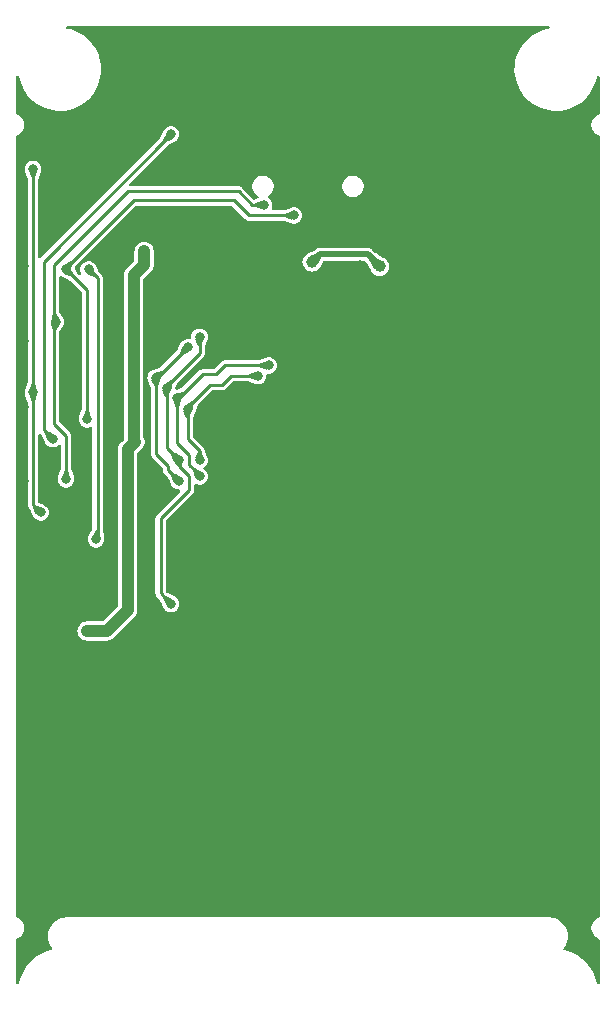
<source format=gbr>
%TF.GenerationSoftware,KiCad,Pcbnew,7.0.9-7.0.9~ubuntu22.04.1*%
%TF.CreationDate,2025-03-11T13:54:09+02:00*%
%TF.ProjectId,MOD-LCD2.8RTP_Rev_D,4d4f442d-4c43-4443-922e-385254505f52,D*%
%TF.SameCoordinates,PX2aea540PY8677d40*%
%TF.FileFunction,Copper,L2,Bot*%
%TF.FilePolarity,Positive*%
%FSLAX46Y46*%
G04 Gerber Fmt 4.6, Leading zero omitted, Abs format (unit mm)*
G04 Created by KiCad (PCBNEW 7.0.9-7.0.9~ubuntu22.04.1) date 2025-03-11 13:54:09*
%MOMM*%
%LPD*%
G01*
G04 APERTURE LIST*
%TA.AperFunction,ViaPad*%
%ADD10C,0.800000*%
%TD*%
%TA.AperFunction,ViaPad*%
%ADD11C,1.000000*%
%TD*%
%TA.AperFunction,Conductor*%
%ADD12C,1.016000*%
%TD*%
%TA.AperFunction,Conductor*%
%ADD13C,0.508000*%
%TD*%
%TA.AperFunction,Conductor*%
%ADD14C,0.254000*%
%TD*%
G04 APERTURE END LIST*
D10*
%TO.N,GND*%
X16976000Y74452000D03*
X47583000Y10698000D03*
X974000Y75341000D03*
X974000Y65308000D03*
X974000Y58958000D03*
X974000Y53370000D03*
X974000Y47147000D03*
X13928000Y73436000D03*
X7070000Y77500000D03*
X32597000Y72039000D03*
X21548000Y81056000D03*
X12150000Y81564000D03*
X7578000Y84866000D03*
X17484000Y84866000D03*
X24977000Y84866000D03*
X31073000Y80802000D03*
X36280000Y84866000D03*
X40852000Y80675000D03*
X36153000Y76611000D03*
X47964000Y76738000D03*
X42503000Y71023000D03*
X48599000Y66070000D03*
X36407000Y66070000D03*
X42630000Y59974000D03*
X48599000Y52608000D03*
X36661000Y52735000D03*
X25104000Y52735000D03*
X18627000Y47147000D03*
X30311000Y47147000D03*
X42503000Y47147000D03*
X14436000Y39654000D03*
X23834000Y40416000D03*
X36788000Y40416000D03*
X48726000Y40416000D03*
X42249000Y31653000D03*
X30438000Y32034000D03*
X17738000Y32288000D03*
X11769000Y25430000D03*
X24342000Y25684000D03*
X36915000Y25557000D03*
X48726000Y25303000D03*
X48599000Y14127000D03*
X37423000Y14254000D03*
X24596000Y13873000D03*
X12277000Y13492000D03*
X42249000Y18699000D03*
X30438000Y18826000D03*
X18246000Y18826000D03*
X6562000Y18826000D03*
X2117000Y10698000D03*
X1101000Y14889000D03*
X1101000Y22001000D03*
X1101000Y27716000D03*
X1101000Y35209000D03*
X1101000Y43845000D03*
X2625000Y40162000D03*
X7578000Y39908000D03*
X4911000Y37114000D03*
D11*
X4530000Y29240000D03*
X8340000Y57180000D03*
X15833000Y51211000D03*
D10*
X3133000Y70642000D03*
X7324000Y36860000D03*
D11*
X16468000Y64038000D03*
X29295000Y56291000D03*
X16976000Y69626000D03*
X16595000Y57307000D03*
X13801000Y42448000D03*
X8340000Y50322000D03*
D10*
X5800000Y70642000D03*
D11*
X4530000Y53725600D03*
X26628000Y63403000D03*
X18627000Y77500000D03*
D10*
X11007000Y36860000D03*
D11*
X18119000Y69626000D03*
D10*
X12023000Y36860000D03*
D11*
X29422000Y65308000D03*
X8594000Y64927000D03*
X26628000Y64673000D03*
X8340000Y43845000D03*
D10*
X20786000Y54894000D03*
X4403000Y43718000D03*
D11*
X5165000Y55656000D03*
X5546000Y45496000D03*
X30184000Y60355000D03*
X5038000Y61752000D03*
X16468000Y65181000D03*
D10*
X8340000Y36860000D03*
D11*
%TO.N,+3.3V*%
X31073000Y65308000D03*
X25358000Y65689000D03*
X10372000Y50449000D03*
X11134000Y66578000D03*
X11134000Y65435000D03*
X6308000Y34447000D03*
X9737000Y41178000D03*
D10*
%TO.N,/YU*%
X21675000Y56926000D03*
X13928000Y54132000D03*
X15833000Y47528000D03*
%TO.N,/XL*%
X13420000Y36733000D03*
X14055000Y48925000D03*
X13039000Y55021000D03*
X15833000Y59339000D03*
%TO.N,/YD*%
X14817000Y58450000D03*
X12118250Y55878250D03*
X14055000Y47147000D03*
%TO.N,/XR*%
X15833000Y48925000D03*
X14817000Y53243000D03*
X20786000Y56037000D03*
%TO.N,/RXD*%
X3641000Y60609000D03*
X21294000Y70515000D03*
X4530000Y47274000D03*
%TO.N,/SCL*%
X4530000Y65054000D03*
X23834000Y69626000D03*
X6308000Y52354000D03*
%TO.N,/SDA*%
X13420000Y76484000D03*
X3387000Y50703000D03*
%TO.N,/I2C-IRQ*%
X1736000Y73563000D03*
X2371000Y44480000D03*
X1736000Y54640000D03*
%TO.N,Net-(U1-SCK{slash}SCL{slash}TX)*%
X7070000Y42194000D03*
X6435000Y65054000D03*
%TD*%
D12*
%TO.N,+3.3V*%
X11134000Y65435000D02*
X11134000Y66578000D01*
D13*
X31073000Y65308000D02*
X30057000Y66324000D01*
X30057000Y66324000D02*
X25993000Y66324000D01*
X25993000Y66324000D02*
X25358000Y65689000D01*
D14*
%TO.N,/I2C-IRQ*%
X1736000Y73563000D02*
X1736000Y54640000D01*
%TO.N,/RXD*%
X4530000Y47274000D02*
X4530000Y50957000D01*
X4530000Y50957000D02*
X3514000Y51973000D01*
X3514000Y51973000D02*
X3514000Y60482000D01*
X3514000Y60482000D02*
X3641000Y60609000D01*
%TO.N,/I2C-IRQ*%
X2371000Y44480000D02*
X1736000Y45115000D01*
X1736000Y45115000D02*
X1736000Y54640000D01*
%TO.N,/SDA*%
X3387000Y50703000D02*
X2625000Y51465000D01*
X2625000Y51465000D02*
X2625000Y65689000D01*
X2625000Y65689000D02*
X13420000Y76484000D01*
D12*
%TO.N,+3.3V*%
X10372000Y50449000D02*
X10245000Y50576000D01*
X10245000Y50576000D02*
X10245000Y64546000D01*
X10245000Y64546000D02*
X11134000Y65435000D01*
D14*
%TO.N,/XL*%
X13420000Y36733000D02*
X12531000Y37622000D01*
X12531000Y37622000D02*
X12531000Y43972000D01*
X12531000Y43972000D02*
X14944000Y46385000D01*
X14944000Y46385000D02*
X14944000Y47528000D01*
X14944000Y47528000D02*
X14055000Y48417000D01*
X14055000Y48417000D02*
X14055000Y48925000D01*
%TO.N,/YD*%
X12118250Y55878250D02*
X12150000Y55846500D01*
X12150000Y55846500D02*
X12150000Y49433000D01*
X12150000Y49433000D02*
X13166000Y48417000D01*
X13166000Y48417000D02*
X13166000Y48036000D01*
X13166000Y48036000D02*
X14055000Y47147000D01*
%TO.N,/XL*%
X14055000Y48925000D02*
X13039000Y49941000D01*
X13039000Y49941000D02*
X13039000Y55021000D01*
%TO.N,/XR*%
X14817000Y53243000D02*
X14817000Y50703000D01*
X14817000Y50703000D02*
X15833000Y49687000D01*
X15833000Y49687000D02*
X15833000Y48925000D01*
%TO.N,/YD*%
X12245250Y55878250D02*
X14817000Y58450000D01*
X12118250Y55878250D02*
X12245250Y55878250D01*
%TO.N,/YU*%
X13928000Y54132000D02*
X14055000Y54132000D01*
X14944000Y48512250D02*
X15833000Y47623250D01*
X15833000Y47623250D02*
X15833000Y47528000D01*
X14055000Y54132000D02*
X16087000Y56164000D01*
X13928000Y54132000D02*
X13928000Y50322000D01*
X14944000Y49306000D02*
X14944000Y48512250D01*
X16087000Y56164000D02*
X17230000Y56164000D01*
X17230000Y56164000D02*
X17992000Y56926000D01*
X17992000Y56926000D02*
X21675000Y56926000D01*
X13928000Y50322000D02*
X14944000Y49306000D01*
D12*
%TO.N,+3.3V*%
X9737000Y36225000D02*
X9737000Y49814000D01*
X6308000Y34447000D02*
X7959000Y34447000D01*
X7959000Y34447000D02*
X9737000Y36225000D01*
X9737000Y49814000D02*
X10372000Y50449000D01*
%TO.N,GND*%
X17484000Y63022000D02*
X17103000Y63403000D01*
X30184000Y60355000D02*
X29676000Y60355000D01*
D13*
X720000Y76103000D02*
X720000Y30256000D01*
D12*
X17103000Y63403000D02*
X16468000Y64038000D01*
D13*
X5165000Y55656000D02*
X5038000Y55783000D01*
D12*
X16468000Y65181000D02*
X16468000Y69118000D01*
D13*
X5038000Y55783000D02*
X5038000Y61752000D01*
D12*
X8340000Y36860000D02*
X8340000Y64673000D01*
X26628000Y63403000D02*
X17103000Y63403000D01*
X30184000Y60355000D02*
X30184000Y57180000D01*
X30184000Y57180000D02*
X29295000Y56291000D01*
D13*
X18627000Y77500000D02*
X2117000Y77500000D01*
D12*
X13801000Y42448000D02*
X15452000Y42448000D01*
D13*
X4530000Y53725600D02*
X4530000Y55021000D01*
X2117000Y77500000D02*
X720000Y76103000D01*
D12*
X16595000Y57307000D02*
X17484000Y58196000D01*
X17484000Y58196000D02*
X17484000Y63022000D01*
D13*
X4530000Y55021000D02*
X5165000Y55656000D01*
D12*
X15452000Y42448000D02*
X29295000Y56291000D01*
X29676000Y60355000D02*
X26628000Y63403000D01*
X16468000Y69118000D02*
X16976000Y69626000D01*
D13*
X720000Y30256000D02*
X3387000Y27589000D01*
D12*
X8340000Y64673000D02*
X8594000Y64927000D01*
D14*
%TO.N,/XL*%
X13039000Y55148000D02*
X13039000Y55021000D01*
X15833000Y59339000D02*
X15833000Y57942000D01*
X15833000Y57942000D02*
X13039000Y55148000D01*
%TO.N,/XR*%
X14817000Y53243000D02*
X14817000Y53370000D01*
X17738000Y55275000D02*
X18500000Y56037000D01*
X14817000Y53370000D02*
X16722000Y55275000D01*
X18500000Y56037000D02*
X20786000Y56037000D01*
X16722000Y55275000D02*
X17738000Y55275000D01*
%TO.N,/RXD*%
X19135000Y71658000D02*
X20278000Y70515000D01*
X20278000Y70515000D02*
X21294000Y70515000D01*
X9737000Y71658000D02*
X19135000Y71658000D01*
X3514000Y65435000D02*
X9737000Y71658000D01*
X3641000Y60609000D02*
X3514000Y60736000D01*
X3514000Y60736000D02*
X3514000Y65435000D01*
%TO.N,/SCL*%
X20024000Y69626000D02*
X18754000Y70896000D01*
X10245000Y70896000D02*
X4530000Y65181000D01*
X4530000Y65181000D02*
X4530000Y65054000D01*
X18754000Y70896000D02*
X10245000Y70896000D01*
X23834000Y69626000D02*
X20024000Y69626000D01*
X6308000Y52354000D02*
X6308000Y63276000D01*
X6308000Y63276000D02*
X4530000Y65054000D01*
%TO.N,Net-(U1-SCK{slash}SCL{slash}TX)*%
X7070000Y42194000D02*
X7197000Y42321000D01*
X7197000Y42321000D02*
X7197000Y64292000D01*
X7197000Y64292000D02*
X6435000Y65054000D01*
%TD*%
%TA.AperFunction,Conductor*%
%TO.N,GND*%
G36*
X45419097Y85674698D02*
G01*
X45465590Y85621042D01*
X45475694Y85550768D01*
X45446200Y85486188D01*
X45386474Y85447804D01*
X45371019Y85444305D01*
X45356141Y85441908D01*
X45259000Y85426257D01*
X44899012Y85328084D01*
X44899009Y85328083D01*
X44551514Y85192209D01*
X44551507Y85192207D01*
X44551497Y85192202D01*
X44551488Y85192198D01*
X44551485Y85192196D01*
X44220399Y85020155D01*
X44220396Y85020153D01*
X43909452Y84813881D01*
X43909445Y84813876D01*
X43622202Y84575732D01*
X43361883Y84308388D01*
X43131464Y84014900D01*
X42933543Y83698575D01*
X42770370Y83363014D01*
X42770369Y83363013D01*
X42643788Y83012008D01*
X42643786Y83012002D01*
X42555232Y82649532D01*
X42555228Y82649509D01*
X42505706Y82279696D01*
X42505705Y82279687D01*
X42495772Y81906690D01*
X42495772Y81906684D01*
X42525542Y81534741D01*
X42594683Y81168057D01*
X42594686Y81168048D01*
X42702399Y80810820D01*
X42702403Y80810811D01*
X42847484Y80467044D01*
X42847492Y80467027D01*
X42983092Y80222228D01*
X43028293Y80140626D01*
X43137536Y79985101D01*
X43242772Y79835282D01*
X43242777Y79835276D01*
X43488482Y79554474D01*
X43488484Y79554472D01*
X43762655Y79301371D01*
X44062171Y79078849D01*
X44062172Y79078847D01*
X44062176Y79078845D01*
X44062177Y79078844D01*
X44383655Y78889415D01*
X44723446Y78735230D01*
X45077702Y78618036D01*
X45442408Y78539161D01*
X45442410Y78539161D01*
X45442414Y78539160D01*
X45813418Y78499500D01*
X45813425Y78499500D01*
X45813431Y78499499D01*
X45813436Y78499499D01*
X46093219Y78499499D01*
X46372596Y78514389D01*
X46372601Y78514390D01*
X46372609Y78514390D01*
X46740995Y78573743D01*
X47100986Y78671916D01*
X47448503Y78807798D01*
X47779607Y78979849D01*
X48090547Y79186119D01*
X48377801Y79424272D01*
X48638114Y79691609D01*
X48868535Y79985101D01*
X49066455Y80301422D01*
X49229631Y80636989D01*
X49356213Y80987999D01*
X49444769Y81350476D01*
X49444771Y81350492D01*
X49444883Y81351082D01*
X49444947Y81351210D01*
X49445565Y81353735D01*
X49446162Y81353589D01*
X49477164Y81414315D01*
X49538507Y81450058D01*
X49609436Y81446962D01*
X49667432Y81406011D01*
X49694081Y81340206D01*
X49694700Y81327729D01*
X49694700Y78276728D01*
X49674698Y78208607D01*
X49621042Y78162114D01*
X49607641Y78156897D01*
X49529753Y78131589D01*
X49529750Y78131588D01*
X49529747Y78131586D01*
X49364949Y78036440D01*
X49364939Y78036433D01*
X49223526Y77909104D01*
X49111667Y77755144D01*
X49111667Y77755143D01*
X49034266Y77581297D01*
X48994700Y77395152D01*
X48994700Y77395151D01*
X48994700Y77204849D01*
X49034266Y77018706D01*
X49062569Y76955135D01*
X49111670Y76844853D01*
X49223526Y76690897D01*
X49364939Y76563568D01*
X49364945Y76563564D01*
X49364947Y76563562D01*
X49529753Y76468411D01*
X49607638Y76443105D01*
X49666241Y76403034D01*
X49693879Y76337638D01*
X49694700Y76323273D01*
X49694700Y10276728D01*
X49674698Y10208607D01*
X49621042Y10162114D01*
X49607641Y10156897D01*
X49529753Y10131589D01*
X49529750Y10131588D01*
X49529747Y10131586D01*
X49364949Y10036440D01*
X49364939Y10036433D01*
X49223526Y9909104D01*
X49111667Y9755144D01*
X49111667Y9755143D01*
X49034266Y9581297D01*
X48994700Y9395152D01*
X48994700Y9204849D01*
X49034266Y9018706D01*
X49111670Y8844853D01*
X49223526Y8690897D01*
X49364939Y8563568D01*
X49364945Y8563564D01*
X49364947Y8563562D01*
X49529753Y8468411D01*
X49607638Y8443105D01*
X49666241Y8403034D01*
X49693879Y8337638D01*
X49694700Y8323273D01*
X49694700Y4645457D01*
X49674698Y4577336D01*
X49621042Y4530843D01*
X49550768Y4520739D01*
X49486188Y4550233D01*
X49447804Y4609959D01*
X49444882Y4622110D01*
X49405316Y4831944D01*
X49405313Y4831953D01*
X49297600Y5189181D01*
X49297596Y5189190D01*
X49152515Y5532957D01*
X49152511Y5532967D01*
X48971707Y5859374D01*
X48757232Y6164713D01*
X48757227Y6164719D01*
X48757222Y6164725D01*
X48511517Y6445527D01*
X48511515Y6445529D01*
X48237344Y6698630D01*
X48061813Y6829039D01*
X47937827Y6921153D01*
X47937827Y6921154D01*
X47769813Y7020155D01*
X47616345Y7110585D01*
X47276554Y7264770D01*
X46922298Y7381964D01*
X46922297Y7381965D01*
X46922288Y7381967D01*
X46742040Y7420949D01*
X46679686Y7454899D01*
X46645586Y7517170D01*
X46650565Y7587992D01*
X46672860Y7625929D01*
X46698836Y7656341D01*
X46830466Y7871141D01*
X46926873Y8103889D01*
X46985683Y8348852D01*
X47005449Y8600000D01*
X46985683Y8851148D01*
X46926873Y9096111D01*
X46830466Y9328859D01*
X46698836Y9543659D01*
X46666692Y9581295D01*
X46535224Y9735225D01*
X46343662Y9898834D01*
X46343660Y9898835D01*
X46343659Y9898836D01*
X46128859Y10030466D01*
X46114454Y10036433D01*
X45896109Y10126874D01*
X45653226Y10185184D01*
X45651148Y10185683D01*
X45604081Y10189388D01*
X45462885Y10200500D01*
X45462882Y10200500D01*
X4537118Y10200500D01*
X4537115Y10200500D01*
X4348852Y10185683D01*
X4103890Y10126874D01*
X3871142Y10030467D01*
X3656339Y9898835D01*
X3656337Y9898834D01*
X3464775Y9735225D01*
X3301166Y9543663D01*
X3301165Y9543661D01*
X3169533Y9328858D01*
X3073126Y9096110D01*
X3014317Y8851148D01*
X2994551Y8600000D01*
X3014317Y8348853D01*
X3073126Y8103891D01*
X3073127Y8103889D01*
X3169534Y7871141D01*
X3301163Y7656342D01*
X3301165Y7656340D01*
X3301166Y7656338D01*
X3323527Y7630157D01*
X3352558Y7565368D01*
X3341953Y7495168D01*
X3295078Y7441845D01*
X3260867Y7426766D01*
X2899012Y7328084D01*
X2899009Y7328083D01*
X2551514Y7192209D01*
X2551507Y7192207D01*
X2551497Y7192202D01*
X2551488Y7192198D01*
X2551485Y7192196D01*
X2220399Y7020155D01*
X2220396Y7020153D01*
X1909452Y6813881D01*
X1909445Y6813876D01*
X1622202Y6575732D01*
X1361883Y6308388D01*
X1131464Y6014900D01*
X933543Y5698575D01*
X770370Y5363014D01*
X770369Y5363013D01*
X643788Y5012008D01*
X643786Y5012002D01*
X555230Y4649522D01*
X555116Y4648914D01*
X555051Y4648787D01*
X554435Y4646265D01*
X553837Y4646411D01*
X522832Y4585682D01*
X461487Y4549942D01*
X390558Y4553041D01*
X332565Y4593995D01*
X305919Y4659801D01*
X305300Y4672272D01*
X305300Y8323273D01*
X325302Y8391394D01*
X378958Y8437887D01*
X392347Y8443101D01*
X470247Y8468411D01*
X635053Y8563562D01*
X675522Y8600000D01*
X776473Y8690897D01*
X776473Y8690898D01*
X776475Y8690899D01*
X888332Y8844856D01*
X965734Y9018706D01*
X1005300Y9204849D01*
X1005300Y9395151D01*
X965734Y9581294D01*
X888332Y9755143D01*
X888330Y9755146D01*
X888329Y9755148D01*
X776473Y9909104D01*
X635060Y10036433D01*
X635050Y10036440D01*
X478415Y10126873D01*
X470247Y10131589D01*
X392362Y10156896D01*
X333758Y10196969D01*
X306121Y10262366D01*
X305300Y10276728D01*
X305300Y34447000D01*
X5489554Y34447000D01*
X5510074Y34264879D01*
X5510075Y34264877D01*
X5570605Y34091892D01*
X5668113Y33936707D01*
X5668114Y33936705D01*
X5797704Y33807115D01*
X5797706Y33807114D01*
X5797707Y33807113D01*
X5952890Y33709606D01*
X6125879Y33649074D01*
X6262328Y33633700D01*
X8050634Y33633700D01*
X8050637Y33633700D01*
X8091995Y33643140D01*
X8098956Y33644324D01*
X8141121Y33649074D01*
X8181169Y33663089D01*
X8187955Y33665044D01*
X8229316Y33674483D01*
X8267547Y33692895D01*
X8274051Y33695590D01*
X8314110Y33709606D01*
X8350041Y33732184D01*
X8356194Y33735585D01*
X8394440Y33754002D01*
X8427618Y33780463D01*
X8433351Y33784531D01*
X8469293Y33807113D01*
X8598887Y33936707D01*
X10344385Y35682205D01*
X10376887Y35714707D01*
X10399469Y35750649D01*
X10403537Y35756382D01*
X10429998Y35789560D01*
X10448408Y35827792D01*
X10451819Y35833963D01*
X10474394Y35869890D01*
X10488411Y35909952D01*
X10491099Y35916441D01*
X10509517Y35954685D01*
X10518957Y35996046D01*
X10520906Y36002817D01*
X10534926Y36042879D01*
X10539675Y36085039D01*
X10540860Y36092007D01*
X10550300Y36133364D01*
X10550300Y49424930D01*
X10570302Y49493051D01*
X10587199Y49514020D01*
X10912307Y49839128D01*
X10917547Y49843810D01*
X10950729Y49870271D01*
X11064998Y50013560D01*
X11144517Y50178684D01*
X11185300Y50357363D01*
X11185300Y50540637D01*
X11144517Y50719316D01*
X11111180Y50788542D01*
X11070778Y50872439D01*
X11058300Y50927108D01*
X11058300Y55878247D01*
X11407770Y55878247D01*
X11428414Y55708224D01*
X11428414Y55708222D01*
X11428415Y55708221D01*
X11455722Y55636218D01*
X11458701Y55628362D01*
X11463858Y55611153D01*
X11468097Y55592176D01*
X11707528Y55033006D01*
X11717700Y54983410D01*
X11717700Y49460819D01*
X11717304Y49453760D01*
X11713123Y49416654D01*
X11723733Y49360573D01*
X11732240Y49304137D01*
X11734659Y49296296D01*
X11737348Y49288612D01*
X11764019Y49238147D01*
X11788781Y49186727D01*
X11793397Y49179958D01*
X11798242Y49173394D01*
X11798243Y49173392D01*
X11838607Y49133028D01*
X11873865Y49095029D01*
X11877420Y49091198D01*
X11884806Y49085308D01*
X11884236Y49084594D01*
X11896291Y49075344D01*
X12696795Y48274840D01*
X12730821Y48212528D01*
X12733700Y48185745D01*
X12733700Y48063819D01*
X12733304Y48056760D01*
X12729123Y48019654D01*
X12739733Y47963573D01*
X12748240Y47907137D01*
X12750659Y47899296D01*
X12753348Y47891612D01*
X12780019Y47841147D01*
X12804781Y47789727D01*
X12809397Y47782958D01*
X12814242Y47776394D01*
X12814243Y47776392D01*
X12854607Y47736028D01*
X12889863Y47698032D01*
X12893420Y47694198D01*
X12900806Y47688308D01*
X12900236Y47687594D01*
X12912291Y47678344D01*
X13118265Y47472370D01*
X13143873Y47435421D01*
X13217257Y47274004D01*
X13398299Y46875778D01*
X13398941Y46874377D01*
X13398942Y46874376D01*
X13400684Y46871917D01*
X13415687Y46843753D01*
X13425897Y46816831D01*
X13425900Y46816826D01*
X13425901Y46816823D01*
X13523198Y46675865D01*
X13651401Y46562286D01*
X13803060Y46482690D01*
X13969361Y46441700D01*
X13969362Y46441700D01*
X14085145Y46441700D01*
X14153266Y46421698D01*
X14199759Y46368042D01*
X14209863Y46297768D01*
X14180369Y46233188D01*
X14174255Y46226621D01*
X12714328Y44766694D01*
X12244991Y44297357D01*
X12239721Y44292647D01*
X12210524Y44269363D01*
X12210517Y44269355D01*
X12178371Y44222204D01*
X12144481Y44176286D01*
X12140655Y44169047D01*
X12137110Y44161685D01*
X12133451Y44149820D01*
X12120292Y44107160D01*
X12105790Y44065717D01*
X12101437Y44053276D01*
X12099919Y44045259D01*
X12098700Y44037163D01*
X12098700Y43980093D01*
X12096565Y43923050D01*
X12097623Y43913671D01*
X12096714Y43913569D01*
X12098700Y43898501D01*
X12098700Y37649819D01*
X12098304Y37642760D01*
X12094123Y37605654D01*
X12104733Y37549573D01*
X12113240Y37493137D01*
X12115659Y37485296D01*
X12118348Y37477612D01*
X12145019Y37427147D01*
X12169781Y37375727D01*
X12174397Y37368958D01*
X12179242Y37362394D01*
X12179243Y37362392D01*
X12219607Y37322028D01*
X12255620Y37283215D01*
X12258420Y37280198D01*
X12265806Y37274308D01*
X12265236Y37273594D01*
X12277291Y37264344D01*
X12483265Y37058370D01*
X12508873Y37021421D01*
X12639994Y36733004D01*
X12763299Y36461778D01*
X12763941Y36460377D01*
X12763942Y36460376D01*
X12765684Y36457917D01*
X12780687Y36429753D01*
X12790897Y36402831D01*
X12790899Y36402828D01*
X12790901Y36402823D01*
X12888198Y36261865D01*
X13016401Y36148286D01*
X13168060Y36068690D01*
X13334361Y36027700D01*
X13334362Y36027700D01*
X13505638Y36027700D01*
X13505639Y36027700D01*
X13671940Y36068690D01*
X13823599Y36148286D01*
X13951802Y36261865D01*
X14049099Y36402823D01*
X14109835Y36562971D01*
X14116040Y36614070D01*
X14130480Y36732997D01*
X14130480Y36733004D01*
X14109836Y36903025D01*
X14109834Y36903032D01*
X14064935Y37021421D01*
X14049099Y37063177D01*
X13951802Y37204135D01*
X13865946Y37280198D01*
X13823598Y37317715D01*
X13709044Y37377837D01*
X13702147Y37382041D01*
X13691223Y37389701D01*
X13131580Y37644126D01*
X13094631Y37669734D01*
X13000205Y37764160D01*
X12966179Y37826472D01*
X12963300Y37853255D01*
X12963300Y43740747D01*
X12983302Y43808868D01*
X13000200Y43829837D01*
X15230021Y46059659D01*
X15235265Y46064346D01*
X15264478Y46087640D01*
X15296635Y46134807D01*
X15330520Y46180718D01*
X15330522Y46180727D01*
X15334345Y46187959D01*
X15337886Y46195310D01*
X15337886Y46195311D01*
X15337888Y46195313D01*
X15354711Y46249855D01*
X15373561Y46303722D01*
X15373561Y46303725D01*
X15375082Y46311765D01*
X15376300Y46319843D01*
X15376300Y46376935D01*
X15378433Y46433951D01*
X15377376Y46443333D01*
X15378283Y46443436D01*
X15376300Y46458498D01*
X15376300Y46762727D01*
X15396302Y46830848D01*
X15449958Y46877341D01*
X15520232Y46887445D01*
X15560853Y46874296D01*
X15581060Y46863690D01*
X15747361Y46822700D01*
X15747362Y46822700D01*
X15918638Y46822700D01*
X15918639Y46822700D01*
X16084940Y46863690D01*
X16236599Y46943286D01*
X16364802Y47056865D01*
X16462099Y47197823D01*
X16522835Y47357971D01*
X16533285Y47444029D01*
X16543480Y47527997D01*
X16543480Y47528004D01*
X16522836Y47698025D01*
X16522834Y47698032D01*
X16488059Y47789726D01*
X16462099Y47858177D01*
X16364802Y47999135D01*
X16299758Y48056760D01*
X16236598Y48112715D01*
X16236592Y48112719D01*
X16232366Y48114937D01*
X16181346Y48164309D01*
X16165118Y48233426D01*
X16188834Y48300344D01*
X16232382Y48338073D01*
X16236597Y48340285D01*
X16236596Y48340285D01*
X16236599Y48340286D01*
X16364802Y48453865D01*
X16462099Y48594823D01*
X16522835Y48754971D01*
X16542227Y48914676D01*
X16543480Y48924997D01*
X16543480Y48925004D01*
X16522836Y49095025D01*
X16522835Y49095027D01*
X16522835Y49095029D01*
X16493140Y49173326D01*
X16487859Y49191106D01*
X16483803Y49209685D01*
X16284471Y49681392D01*
X16270804Y49713735D01*
X16263063Y49739359D01*
X16259266Y49759428D01*
X16250759Y49815867D01*
X16248353Y49823664D01*
X16245650Y49831388D01*
X16245650Y49831392D01*
X16225101Y49870273D01*
X16218980Y49881855D01*
X16194218Y49933274D01*
X16189612Y49940029D01*
X16184756Y49946610D01*
X16155289Y49976076D01*
X16144392Y49986973D01*
X16105579Y50028803D01*
X16105578Y50028804D01*
X16098196Y50034691D01*
X16098764Y50035404D01*
X16086710Y50044655D01*
X15286205Y50845160D01*
X15252179Y50907472D01*
X15249300Y50934255D01*
X15249300Y52350563D01*
X15257320Y52394797D01*
X15473141Y52970428D01*
X15473669Y52971847D01*
X15473785Y52972532D01*
X15474109Y52973487D01*
X15475200Y52977544D01*
X15475460Y52977475D01*
X15484847Y53005186D01*
X15484607Y53005285D01*
X15486128Y53008969D01*
X15486475Y53009992D01*
X15486832Y53010670D01*
X15502088Y53060110D01*
X15503372Y53063843D01*
X15506835Y53072972D01*
X15508660Y53080374D01*
X15509048Y53080279D01*
X15510661Y53087885D01*
X15664113Y53585115D01*
X15695411Y53637048D01*
X16864162Y54805798D01*
X16926472Y54839821D01*
X16953255Y54842700D01*
X17710182Y54842700D01*
X17717238Y54842305D01*
X17754347Y54838123D01*
X17810427Y54848734D01*
X17866862Y54857240D01*
X17874684Y54859654D01*
X17882383Y54862349D01*
X17882392Y54862350D01*
X17932853Y54889020D01*
X17952205Y54898339D01*
X17984270Y54913780D01*
X17984270Y54913781D01*
X17984274Y54913782D01*
X17984276Y54913785D01*
X17991028Y54918388D01*
X17997603Y54923241D01*
X17997608Y54923243D01*
X18037972Y54963608D01*
X18079803Y55002421D01*
X18079803Y55002422D01*
X18085691Y55009805D01*
X18086408Y55009233D01*
X18095653Y55021290D01*
X18642161Y55567796D01*
X18704473Y55601821D01*
X18731256Y55604700D01*
X19893564Y55604700D01*
X19937797Y55596681D01*
X20513426Y55380859D01*
X20514846Y55380331D01*
X20514847Y55380331D01*
X20520368Y55378278D01*
X20520176Y55377763D01*
X20526846Y55375154D01*
X20526937Y55375392D01*
X20534054Y55372693D01*
X20534060Y55372690D01*
X20700361Y55331700D01*
X20700362Y55331700D01*
X20871638Y55331700D01*
X20871639Y55331700D01*
X21037940Y55372690D01*
X21189599Y55452286D01*
X21317802Y55565865D01*
X21415099Y55706823D01*
X21475835Y55866971D01*
X21477205Y55878247D01*
X21496480Y56036997D01*
X21496480Y56037006D01*
X21491319Y56079514D01*
X21502964Y56149549D01*
X21550625Y56202170D01*
X21616400Y56220700D01*
X21760638Y56220700D01*
X21760639Y56220700D01*
X21926940Y56261690D01*
X22078599Y56341286D01*
X22206802Y56454865D01*
X22304099Y56595823D01*
X22364835Y56755971D01*
X22385480Y56926000D01*
X22385480Y56926004D01*
X22364836Y57096025D01*
X22364834Y57096032D01*
X22328650Y57191441D01*
X22304099Y57256177D01*
X22206802Y57397135D01*
X22078599Y57510714D01*
X22078598Y57510715D01*
X21926939Y57590311D01*
X21760640Y57631300D01*
X21760639Y57631300D01*
X21589361Y57631300D01*
X21589359Y57631300D01*
X21423057Y57590310D01*
X21415935Y57587608D01*
X21415878Y57587757D01*
X21407742Y57584556D01*
X21407881Y57584187D01*
X20937846Y57407957D01*
X20908984Y57397135D01*
X20826795Y57366320D01*
X20782561Y57358300D01*
X18019826Y57358300D01*
X18012767Y57358696D01*
X18007257Y57359317D01*
X17975653Y57362878D01*
X17975652Y57362878D01*
X17975651Y57362878D01*
X17919557Y57352264D01*
X17863136Y57343760D01*
X17855313Y57341348D01*
X17847612Y57338652D01*
X17797146Y57311981D01*
X17745725Y57287218D01*
X17738974Y57282616D01*
X17732391Y57277757D01*
X17712209Y57257575D01*
X17692027Y57237393D01*
X17670329Y57217260D01*
X17650196Y57198579D01*
X17644314Y57191203D01*
X17643604Y57191769D01*
X17634350Y57179717D01*
X17087840Y56633205D01*
X17025527Y56599180D01*
X16998744Y56596300D01*
X16114819Y56596300D01*
X16107760Y56596696D01*
X16070653Y56600877D01*
X16014572Y56590267D01*
X15958141Y56581761D01*
X15950312Y56579346D01*
X15942608Y56576651D01*
X15892146Y56549981D01*
X15840725Y56525218D01*
X15833974Y56520616D01*
X15827391Y56515757D01*
X15807209Y56495575D01*
X15787027Y56475393D01*
X15765329Y56455260D01*
X15745196Y56436579D01*
X15739314Y56429203D01*
X15738603Y56429770D01*
X15729348Y56417715D01*
X14322052Y55010419D01*
X14270113Y54979117D01*
X13942588Y54878038D01*
X13871598Y54877063D01*
X13811350Y54914622D01*
X13780973Y54978791D01*
X13785035Y55035591D01*
X13886113Y55363115D01*
X13917413Y55415050D01*
X16119026Y57616663D01*
X16124270Y57621349D01*
X16153478Y57644640D01*
X16185628Y57691797D01*
X16219520Y57737718D01*
X16219521Y57737723D01*
X16223342Y57744952D01*
X16226884Y57752309D01*
X16226888Y57752313D01*
X16243709Y57806846D01*
X16262562Y57860723D01*
X16262562Y57860726D01*
X16264078Y57868738D01*
X16265300Y57876843D01*
X16265300Y57933909D01*
X16267434Y57990949D01*
X16266377Y58000331D01*
X16267283Y58000434D01*
X16265300Y58015501D01*
X16265300Y58446563D01*
X16273320Y58490797D01*
X16381814Y58780169D01*
X16489141Y59066428D01*
X16489669Y59067847D01*
X16491853Y59080654D01*
X16498243Y59104131D01*
X16522835Y59168971D01*
X16527203Y59204942D01*
X16543480Y59338997D01*
X16543480Y59339004D01*
X16522836Y59509025D01*
X16522834Y59509032D01*
X16510056Y59542724D01*
X16462099Y59669177D01*
X16364802Y59810135D01*
X16236599Y59923714D01*
X16236598Y59923715D01*
X16084939Y60003311D01*
X15918640Y60044300D01*
X15918639Y60044300D01*
X15747361Y60044300D01*
X15747359Y60044300D01*
X15581060Y60003311D01*
X15429402Y59923715D01*
X15429401Y59923715D01*
X15301198Y59810136D01*
X15203903Y59669181D01*
X15203899Y59669173D01*
X15143165Y59509032D01*
X15143163Y59509025D01*
X15122520Y59339004D01*
X15122520Y59338997D01*
X15130293Y59274977D01*
X15118648Y59204942D01*
X15070987Y59152321D01*
X15002443Y59133820D01*
X14975059Y59137451D01*
X14902643Y59155300D01*
X14902639Y59155300D01*
X14731361Y59155300D01*
X14731359Y59155300D01*
X14565060Y59114311D01*
X14413402Y59034715D01*
X14413401Y59034715D01*
X14285198Y58921136D01*
X14187900Y58780176D01*
X14187896Y58780169D01*
X14177309Y58752254D01*
X14162679Y58724620D01*
X14160306Y58721235D01*
X14160304Y58721232D01*
X13905874Y58161581D01*
X13880266Y58124633D01*
X12512302Y56756669D01*
X12460364Y56725367D01*
X12161735Y56633205D01*
X11882475Y56547021D01*
X11882463Y56547018D01*
X11882463Y56547017D01*
X11879442Y56546008D01*
X11874573Y56544598D01*
X11866313Y56542562D01*
X11866302Y56542558D01*
X11858269Y56538342D01*
X11852353Y56535617D01*
X11851745Y56535375D01*
X11851657Y56535328D01*
X11845596Y56531690D01*
X11714651Y56462965D01*
X11714649Y56462963D01*
X11586448Y56349386D01*
X11489153Y56208431D01*
X11489149Y56208423D01*
X11428415Y56048282D01*
X11428413Y56048275D01*
X11407770Y55878254D01*
X11407770Y55878247D01*
X11058300Y55878247D01*
X11058300Y64156930D01*
X11078302Y64225051D01*
X11095205Y64246025D01*
X11415538Y64566358D01*
X11741385Y64892205D01*
X11773887Y64924707D01*
X11796469Y64960649D01*
X11800537Y64966382D01*
X11826998Y64999560D01*
X11845415Y65037806D01*
X11848816Y65043959D01*
X11871394Y65079890D01*
X11885410Y65119949D01*
X11888105Y65126453D01*
X11906517Y65164684D01*
X11915956Y65206045D01*
X11917912Y65212832D01*
X11931925Y65252877D01*
X11931926Y65252879D01*
X11936676Y65295044D01*
X11937860Y65302005D01*
X11943479Y65326624D01*
X11947300Y65343363D01*
X11947300Y65526637D01*
X11947300Y65689000D01*
X24547604Y65689000D01*
X24567921Y65508672D01*
X24627857Y65337383D01*
X24635498Y65325223D01*
X24724407Y65183726D01*
X24724410Y65183723D01*
X24724410Y65183722D01*
X24852721Y65055411D01*
X24852723Y65055410D01*
X24852726Y65055407D01*
X25006382Y64958858D01*
X25177670Y64898922D01*
X25177669Y64898922D01*
X25195929Y64896865D01*
X25358000Y64878604D01*
X25538330Y64898922D01*
X25709618Y64958858D01*
X25863274Y65055407D01*
X25991593Y65183726D01*
X26088142Y65337382D01*
X26091212Y65346158D01*
X26102100Y65369375D01*
X26104406Y65373219D01*
X26104414Y65373229D01*
X26242762Y65661130D01*
X26258209Y65693274D01*
X26305743Y65746010D01*
X26371777Y65764700D01*
X29773139Y65764700D01*
X29841260Y65744698D01*
X29862234Y65727796D01*
X29917628Y65672403D01*
X29937010Y65647407D01*
X30319828Y64999560D01*
X30332912Y64977419D01*
X30339738Y64962736D01*
X30339787Y64962759D01*
X30342857Y64956383D01*
X30439407Y64802726D01*
X30439410Y64802722D01*
X30567721Y64674411D01*
X30567723Y64674410D01*
X30567726Y64674407D01*
X30721382Y64577858D01*
X30892670Y64517922D01*
X30892669Y64517922D01*
X30910929Y64515865D01*
X31073000Y64497604D01*
X31253330Y64517922D01*
X31424618Y64577858D01*
X31578274Y64674407D01*
X31706593Y64802726D01*
X31803142Y64956382D01*
X31863078Y65127670D01*
X31883396Y65308000D01*
X31863078Y65488330D01*
X31803142Y65659618D01*
X31706593Y65813274D01*
X31706589Y65813278D01*
X31706589Y65813279D01*
X31578278Y65941590D01*
X31578275Y65941592D01*
X31578274Y65941593D01*
X31424618Y66038142D01*
X31424615Y66038144D01*
X31418242Y66041213D01*
X31418265Y66041262D01*
X31403582Y66048088D01*
X30733591Y66443991D01*
X30708599Y66463370D01*
X30459239Y66712730D01*
X30413286Y66761934D01*
X30374855Y66785305D01*
X30369535Y66788926D01*
X30351742Y66802418D01*
X30333699Y66816102D01*
X30333697Y66816103D01*
X30316732Y66822793D01*
X30297495Y66832349D01*
X30281921Y66841819D01*
X30281920Y66841820D01*
X30255076Y66849341D01*
X30238611Y66853955D01*
X30232503Y66856009D01*
X30190668Y66872506D01*
X30190663Y66872507D01*
X30172534Y66874371D01*
X30151432Y66878381D01*
X30133874Y66883300D01*
X30088900Y66883300D01*
X30082452Y66883631D01*
X30037727Y66888230D01*
X30019764Y66885132D01*
X29998356Y66883300D01*
X26002554Y66883300D01*
X25935266Y66885599D01*
X25935265Y66885599D01*
X25891563Y66874951D01*
X25885225Y66873746D01*
X25840689Y66867625D01*
X25840681Y66867623D01*
X25823960Y66860360D01*
X25803609Y66853517D01*
X25785894Y66849199D01*
X25785888Y66849197D01*
X25746686Y66827155D01*
X25740908Y66824285D01*
X25699666Y66806370D01*
X25685521Y66794863D01*
X25667772Y66782784D01*
X25651876Y66773846D01*
X25651873Y66773843D01*
X25620074Y66742045D01*
X25615284Y66737723D01*
X25580402Y66709343D01*
X25580400Y66709341D01*
X25572214Y66697745D01*
X25521942Y66655948D01*
X25047179Y66437537D01*
X25046314Y66437138D01*
X25041245Y66434194D01*
X25040802Y66434956D01*
X25018317Y66423319D01*
X25006383Y66419143D01*
X24939843Y66377334D01*
X24852726Y66322593D01*
X24852724Y66322592D01*
X24852722Y66322590D01*
X24852721Y66322590D01*
X24724410Y66194279D01*
X24724410Y66194278D01*
X24724408Y66194276D01*
X24724407Y66194274D01*
X24692805Y66143981D01*
X24627857Y66040618D01*
X24567921Y65869329D01*
X24547604Y65689000D01*
X11947300Y65689000D01*
X11947300Y66623672D01*
X11931926Y66760121D01*
X11871394Y66933110D01*
X11773887Y67088293D01*
X11773886Y67088294D01*
X11773885Y67088296D01*
X11644295Y67217886D01*
X11489108Y67315395D01*
X11402615Y67345660D01*
X11316121Y67375926D01*
X11134000Y67396446D01*
X10951879Y67375926D01*
X10951876Y67375926D01*
X10951876Y67375925D01*
X10778891Y67315395D01*
X10623704Y67217886D01*
X10494114Y67088296D01*
X10396605Y66933109D01*
X10336709Y66761935D01*
X10336074Y66760121D01*
X10330353Y66709343D01*
X10320700Y66623673D01*
X10320700Y65824070D01*
X10300698Y65755949D01*
X10283795Y65734975D01*
X9734707Y65185887D01*
X9698958Y65150138D01*
X9605110Y65056291D01*
X9582540Y65020372D01*
X9578451Y65014609D01*
X9552005Y64981447D01*
X9552000Y64981438D01*
X9533591Y64943213D01*
X9530173Y64937028D01*
X9507606Y64901112D01*
X9507603Y64901106D01*
X9493595Y64861075D01*
X9490891Y64854546D01*
X9472483Y64816318D01*
X9472482Y64816313D01*
X9463042Y64774957D01*
X9461085Y64768166D01*
X9447073Y64728118D01*
X9442324Y64685967D01*
X9441140Y64678999D01*
X9431700Y64637639D01*
X9431700Y50711070D01*
X9411698Y50642949D01*
X9394795Y50621975D01*
X9226707Y50453887D01*
X9187612Y50414792D01*
X9097110Y50324291D01*
X9074540Y50288372D01*
X9070451Y50282609D01*
X9044005Y50249447D01*
X9044000Y50249438D01*
X9025591Y50211213D01*
X9022173Y50205028D01*
X8999606Y50169112D01*
X8999603Y50169106D01*
X8985595Y50129075D01*
X8982891Y50122546D01*
X8964483Y50084318D01*
X8964482Y50084313D01*
X8955042Y50042957D01*
X8953085Y50036166D01*
X8939073Y49996118D01*
X8934324Y49953967D01*
X8933140Y49946999D01*
X8923700Y49905639D01*
X8923700Y36614070D01*
X8903698Y36545949D01*
X8886795Y36524975D01*
X7659025Y35297205D01*
X7596713Y35263179D01*
X7569930Y35260300D01*
X6262328Y35260300D01*
X6125879Y35244926D01*
X6125876Y35244926D01*
X6125876Y35244925D01*
X5952891Y35184395D01*
X5797704Y35086886D01*
X5668114Y34957296D01*
X5570605Y34802109D01*
X5510075Y34629124D01*
X5510074Y34629121D01*
X5489554Y34447000D01*
X305300Y34447000D01*
X305300Y54639997D01*
X1025520Y54639997D01*
X1046164Y54469974D01*
X1071147Y54404098D01*
X1077434Y54381225D01*
X1079858Y54367428D01*
X1295680Y53791796D01*
X1303700Y53747562D01*
X1303700Y45142819D01*
X1303304Y45135760D01*
X1299123Y45098654D01*
X1309733Y45042573D01*
X1318240Y44986137D01*
X1320659Y44978296D01*
X1323348Y44970612D01*
X1350019Y44920147D01*
X1374781Y44868727D01*
X1379397Y44861958D01*
X1384244Y44855390D01*
X1424606Y44815029D01*
X1438318Y44800251D01*
X1460658Y44766694D01*
X1714299Y44208778D01*
X1714941Y44207377D01*
X1714942Y44207376D01*
X1716684Y44204917D01*
X1731687Y44176753D01*
X1741897Y44149831D01*
X1741899Y44149828D01*
X1741901Y44149823D01*
X1839198Y44008865D01*
X1967401Y43895286D01*
X2119060Y43815690D01*
X2285361Y43774700D01*
X2285362Y43774700D01*
X2456638Y43774700D01*
X2456639Y43774700D01*
X2622940Y43815690D01*
X2774599Y43895286D01*
X2902802Y44008865D01*
X3000099Y44149823D01*
X3060835Y44309971D01*
X3081480Y44480000D01*
X3081480Y44480004D01*
X3060836Y44650025D01*
X3060834Y44650032D01*
X3016590Y44766694D01*
X3000099Y44810177D01*
X2902802Y44951135D01*
X2871676Y44978711D01*
X2774598Y45064715D01*
X2660044Y45124837D01*
X2653147Y45129041D01*
X2642221Y45136702D01*
X2242154Y45318581D01*
X2188419Y45364982D01*
X2168300Y45433069D01*
X2168300Y51006145D01*
X2188302Y51074266D01*
X2241958Y51120759D01*
X2312232Y51130863D01*
X2376812Y51101369D01*
X2383395Y51095240D01*
X2450265Y51028370D01*
X2475873Y50991421D01*
X2572929Y50777935D01*
X2730299Y50431778D01*
X2730941Y50430377D01*
X2730942Y50430376D01*
X2732684Y50427917D01*
X2747687Y50399753D01*
X2757897Y50372831D01*
X2757900Y50372826D01*
X2757901Y50372823D01*
X2855198Y50231865D01*
X2983401Y50118286D01*
X3135060Y50038690D01*
X3301361Y49997700D01*
X3301362Y49997700D01*
X3472638Y49997700D01*
X3472639Y49997700D01*
X3638940Y50038690D01*
X3790599Y50118286D01*
X3888146Y50204707D01*
X3952399Y50234907D01*
X4022780Y50225576D01*
X4076943Y50179675D01*
X4097692Y50111779D01*
X4097700Y50110394D01*
X4097700Y48166441D01*
X4089680Y48122207D01*
X3873857Y47546569D01*
X3873330Y47545153D01*
X3871143Y47532339D01*
X3864753Y47508868D01*
X3840164Y47444029D01*
X3840164Y47444028D01*
X3819520Y47274004D01*
X3819520Y47273997D01*
X3840163Y47103976D01*
X3840165Y47103969D01*
X3883263Y46990330D01*
X3900901Y46943823D01*
X3998198Y46802865D01*
X4126401Y46689286D01*
X4278060Y46609690D01*
X4444361Y46568700D01*
X4444362Y46568700D01*
X4615638Y46568700D01*
X4615639Y46568700D01*
X4781940Y46609690D01*
X4933599Y46689286D01*
X5061802Y46802865D01*
X5159099Y46943823D01*
X5219835Y47103971D01*
X5231231Y47197820D01*
X5240480Y47273997D01*
X5240480Y47274004D01*
X5219836Y47444025D01*
X5219835Y47444028D01*
X5219835Y47444029D01*
X5194847Y47509914D01*
X5188563Y47532787D01*
X5186391Y47545151D01*
X5186141Y47546574D01*
X5008770Y48019653D01*
X4970320Y48122206D01*
X4962300Y48166440D01*
X4962300Y50929182D01*
X4962696Y50936241D01*
X4966877Y50973348D01*
X4966876Y50973349D01*
X4956266Y51029428D01*
X4947760Y51085862D01*
X4947759Y51085865D01*
X4945353Y51093664D01*
X4942650Y51101388D01*
X4942650Y51101392D01*
X4927074Y51130863D01*
X4915980Y51151855D01*
X4891218Y51203274D01*
X4886612Y51210029D01*
X4881756Y51216610D01*
X4861574Y51236791D01*
X4841392Y51256973D01*
X4802579Y51298803D01*
X4802578Y51298804D01*
X4795196Y51304691D01*
X4795764Y51305404D01*
X4783710Y51314655D01*
X3983205Y52115160D01*
X3949179Y52177472D01*
X3946300Y52204255D01*
X3946300Y59705963D01*
X3963992Y59770347D01*
X4241324Y60236881D01*
X4243631Y60240479D01*
X4270099Y60278823D01*
X4276136Y60294745D01*
X4278729Y60300643D01*
X4281681Y60306519D01*
X4293486Y60333043D01*
X4294241Y60337034D01*
X4300226Y60358265D01*
X4330835Y60438971D01*
X4351480Y60609000D01*
X4351480Y60609004D01*
X4330836Y60779025D01*
X4330834Y60779032D01*
X4318056Y60812724D01*
X4270099Y60939177D01*
X4270096Y60939181D01*
X4270095Y60939184D01*
X4243628Y60977528D01*
X4241322Y60981124D01*
X3963992Y61447655D01*
X3946300Y61512039D01*
X3946300Y64355381D01*
X3966302Y64423502D01*
X4019958Y64469995D01*
X4090232Y64480099D01*
X4130851Y64466950D01*
X4240962Y64409160D01*
X4247847Y64404964D01*
X4258777Y64397300D01*
X4787504Y64156930D01*
X4818418Y64142876D01*
X4855367Y64117268D01*
X5838795Y63133840D01*
X5872821Y63071528D01*
X5875700Y63044745D01*
X5875700Y53246441D01*
X5867680Y53202207D01*
X5651857Y52626569D01*
X5651330Y52625153D01*
X5649143Y52612339D01*
X5642753Y52588868D01*
X5618164Y52524029D01*
X5618164Y52524028D01*
X5597520Y52354004D01*
X5597520Y52353997D01*
X5618163Y52183976D01*
X5618165Y52183969D01*
X5678899Y52023828D01*
X5678901Y52023823D01*
X5776198Y51882865D01*
X5904401Y51769286D01*
X6056060Y51689690D01*
X6222361Y51648700D01*
X6222362Y51648700D01*
X6393638Y51648700D01*
X6393639Y51648700D01*
X6559940Y51689690D01*
X6580145Y51700295D01*
X6649757Y51714241D01*
X6715859Y51688338D01*
X6757465Y51630810D01*
X6764700Y51588727D01*
X6764700Y43097041D01*
X6747008Y43032656D01*
X6469649Y42566081D01*
X6467343Y42562486D01*
X6440902Y42524179D01*
X6440898Y42524174D01*
X6434894Y42508342D01*
X6432312Y42502458D01*
X6429205Y42496258D01*
X6429199Y42496245D01*
X6417512Y42469956D01*
X6417511Y42469954D01*
X6416753Y42465950D01*
X6410768Y42444724D01*
X6380163Y42364025D01*
X6359520Y42194004D01*
X6359520Y42193997D01*
X6380163Y42023976D01*
X6380165Y42023969D01*
X6440899Y41863828D01*
X6440901Y41863823D01*
X6538198Y41722865D01*
X6666401Y41609286D01*
X6818060Y41529690D01*
X6984361Y41488700D01*
X6984362Y41488700D01*
X7155638Y41488700D01*
X7155639Y41488700D01*
X7321940Y41529690D01*
X7473599Y41609286D01*
X7601802Y41722865D01*
X7699099Y41863823D01*
X7759835Y42023971D01*
X7780480Y42194000D01*
X7772783Y42257384D01*
X7772326Y42264882D01*
X7772326Y42265296D01*
X7771289Y42270798D01*
X7770667Y42274809D01*
X7759835Y42364029D01*
X7751628Y42385668D01*
X7745618Y42407016D01*
X7734512Y42465950D01*
X7631478Y43012699D01*
X7629300Y43036024D01*
X7629300Y64264175D01*
X7629696Y64271235D01*
X7633878Y64308347D01*
X7623263Y64364443D01*
X7617157Y64404959D01*
X7614760Y64420865D01*
X7612356Y64428659D01*
X7609649Y64436394D01*
X7582980Y64486854D01*
X7558218Y64538275D01*
X7553612Y64545029D01*
X7548756Y64551610D01*
X7522507Y64577858D01*
X7508392Y64591973D01*
X7469579Y64633803D01*
X7469578Y64633804D01*
X7462196Y64639691D01*
X7462764Y64640404D01*
X7450710Y64649655D01*
X7371732Y64728633D01*
X7346124Y64765582D01*
X7343430Y64771507D01*
X7137705Y65224029D01*
X7091701Y65325221D01*
X7091614Y65325409D01*
X7091058Y65326624D01*
X7091057Y65326625D01*
X7091058Y65326625D01*
X7089317Y65329081D01*
X7074309Y65357253D01*
X7066408Y65378087D01*
X7064099Y65384177D01*
X7064098Y65384178D01*
X7064097Y65384182D01*
X6966802Y65525135D01*
X6838598Y65638715D01*
X6686939Y65718311D01*
X6520640Y65759300D01*
X6520639Y65759300D01*
X6349361Y65759300D01*
X6349359Y65759300D01*
X6183060Y65718311D01*
X6031402Y65638715D01*
X6031401Y65638715D01*
X5903198Y65525136D01*
X5805903Y65384181D01*
X5805899Y65384173D01*
X5745165Y65224032D01*
X5745163Y65224025D01*
X5724520Y65054004D01*
X5724520Y65053997D01*
X5745163Y64883976D01*
X5745165Y64883969D01*
X5802038Y64734009D01*
X5807492Y64663223D01*
X5773810Y64600724D01*
X5711685Y64566358D01*
X5640843Y64571033D01*
X5595131Y64600234D01*
X5466732Y64728633D01*
X5441124Y64765582D01*
X5439949Y64768166D01*
X5306894Y65060838D01*
X5296911Y65131127D01*
X5301198Y65150128D01*
X5377113Y65396115D01*
X5408413Y65448050D01*
X10387159Y70426795D01*
X10449471Y70460821D01*
X10476254Y70463700D01*
X18522745Y70463700D01*
X18590866Y70443698D01*
X18611840Y70426795D01*
X19698650Y69339985D01*
X19703352Y69334723D01*
X19720179Y69313623D01*
X19726640Y69305522D01*
X19726643Y69305520D01*
X19726644Y69305519D01*
X19740866Y69295823D01*
X19773796Y69273372D01*
X19819718Y69239480D01*
X19819720Y69239480D01*
X19819722Y69239478D01*
X19826936Y69235665D01*
X19834310Y69232114D01*
X19834313Y69232112D01*
X19888840Y69215293D01*
X19942722Y69196438D01*
X19942726Y69196438D01*
X19950733Y69194923D01*
X19958839Y69193701D01*
X19958841Y69193700D01*
X19958843Y69193700D01*
X20015908Y69193700D01*
X20072949Y69191566D01*
X20072949Y69191567D01*
X20072950Y69191566D01*
X20082329Y69192623D01*
X20082431Y69191717D01*
X20097500Y69193700D01*
X22941564Y69193700D01*
X22985797Y69185681D01*
X23561426Y68969859D01*
X23562846Y68969331D01*
X23562847Y68969331D01*
X23568368Y68967278D01*
X23568176Y68966763D01*
X23574846Y68964154D01*
X23574937Y68964392D01*
X23582054Y68961693D01*
X23582060Y68961690D01*
X23748361Y68920700D01*
X23748362Y68920700D01*
X23919638Y68920700D01*
X23919639Y68920700D01*
X24085940Y68961690D01*
X24237599Y69041286D01*
X24365802Y69154865D01*
X24463099Y69295823D01*
X24523835Y69455971D01*
X24544480Y69626000D01*
X24544480Y69626004D01*
X24523836Y69796025D01*
X24523834Y69796032D01*
X24511056Y69829724D01*
X24463099Y69956177D01*
X24365802Y70097135D01*
X24237599Y70210714D01*
X24237598Y70210715D01*
X24085939Y70290311D01*
X23919640Y70331300D01*
X23919639Y70331300D01*
X23748361Y70331300D01*
X23748359Y70331300D01*
X23582057Y70290310D01*
X23574935Y70287608D01*
X23574878Y70287757D01*
X23566742Y70284556D01*
X23566881Y70284187D01*
X23160862Y70131958D01*
X23067984Y70097135D01*
X22985795Y70066320D01*
X22941561Y70058300D01*
X22057658Y70058300D01*
X21989537Y70078302D01*
X21943044Y70131958D01*
X21932940Y70202232D01*
X21939846Y70228980D01*
X21983834Y70344969D01*
X21983836Y70344976D01*
X22004480Y70514997D01*
X22004480Y70515004D01*
X21983836Y70685025D01*
X21983834Y70685032D01*
X21971056Y70718724D01*
X21923099Y70845177D01*
X21825802Y70986135D01*
X21697599Y71099714D01*
X21697598Y71099715D01*
X21697594Y71099717D01*
X21675149Y71111497D01*
X21624126Y71160865D01*
X21607893Y71229981D01*
X21631604Y71296901D01*
X21670699Y71332181D01*
X21725053Y71363562D01*
X21866475Y71490899D01*
X21978332Y71644856D01*
X22055734Y71818706D01*
X22095300Y72004849D01*
X27904700Y72004849D01*
X27944266Y71818706D01*
X28021670Y71644853D01*
X28133526Y71490897D01*
X28274939Y71363568D01*
X28274945Y71363564D01*
X28274947Y71363562D01*
X28357350Y71315987D01*
X28439751Y71268412D01*
X28439757Y71268409D01*
X28620741Y71209605D01*
X28620738Y71209605D01*
X28686043Y71202742D01*
X28762552Y71194700D01*
X28762555Y71194700D01*
X28857445Y71194700D01*
X28857448Y71194700D01*
X28999259Y71209605D01*
X29048795Y71225700D01*
X29180242Y71268409D01*
X29180244Y71268411D01*
X29180247Y71268411D01*
X29345053Y71363562D01*
X29486475Y71490899D01*
X29598332Y71644856D01*
X29675734Y71818706D01*
X29715300Y72004849D01*
X29715300Y72195151D01*
X29675734Y72381294D01*
X29598332Y72555143D01*
X29598330Y72555146D01*
X29598329Y72555148D01*
X29486473Y72709104D01*
X29345060Y72836433D01*
X29345050Y72836440D01*
X29180248Y72931589D01*
X29180242Y72931592D01*
X28999258Y72990396D01*
X28999261Y72990396D01*
X28857453Y73005300D01*
X28857448Y73005300D01*
X28762552Y73005300D01*
X28762546Y73005300D01*
X28620740Y72990396D01*
X28439757Y72931592D01*
X28439751Y72931589D01*
X28274949Y72836440D01*
X28274939Y72836433D01*
X28133526Y72709104D01*
X28021667Y72555144D01*
X28021667Y72555143D01*
X27944266Y72381297D01*
X27904700Y72195152D01*
X27904700Y72004849D01*
X22095300Y72004849D01*
X22095300Y72195151D01*
X22055734Y72381294D01*
X21978332Y72555143D01*
X21978330Y72555146D01*
X21978329Y72555148D01*
X21866473Y72709104D01*
X21725060Y72836433D01*
X21725050Y72836440D01*
X21560248Y72931589D01*
X21560242Y72931592D01*
X21379258Y72990396D01*
X21379261Y72990396D01*
X21237453Y73005300D01*
X21237448Y73005300D01*
X21142552Y73005300D01*
X21142546Y73005300D01*
X21000740Y72990396D01*
X20819757Y72931592D01*
X20819751Y72931589D01*
X20654949Y72836440D01*
X20654939Y72836433D01*
X20513526Y72709104D01*
X20401667Y72555144D01*
X20401667Y72555143D01*
X20324266Y72381297D01*
X20284700Y72195152D01*
X20284700Y72004849D01*
X20324266Y71818706D01*
X20401670Y71644853D01*
X20513526Y71490897D01*
X20654939Y71363568D01*
X20654942Y71363566D01*
X20654947Y71363562D01*
X20770208Y71297016D01*
X20819201Y71245633D01*
X20832636Y71175919D01*
X20806249Y71110009D01*
X20751441Y71069917D01*
X20524121Y70984688D01*
X20453314Y70979502D01*
X20390946Y71013419D01*
X19460343Y71944022D01*
X19455640Y71949285D01*
X19432360Y71978479D01*
X19385203Y72010629D01*
X19339282Y72044520D01*
X19339280Y72044521D01*
X19332055Y72048340D01*
X19324685Y72051889D01*
X19270159Y72068708D01*
X19216275Y72087563D01*
X19208283Y72089076D01*
X19200160Y72090300D01*
X19200159Y72090300D01*
X19200157Y72090300D01*
X19143092Y72090300D01*
X19086049Y72092435D01*
X19076671Y72091377D01*
X19076568Y72092284D01*
X19061500Y72090300D01*
X9941854Y72090300D01*
X9873733Y72110302D01*
X9827240Y72163958D01*
X9817136Y72234232D01*
X9846630Y72298812D01*
X9852759Y72305395D01*
X10552664Y73005300D01*
X13094633Y75547271D01*
X13131576Y75572875D01*
X13691222Y75827300D01*
X13692623Y75827942D01*
X13703370Y75835559D01*
X13710506Y75839932D01*
X13823599Y75899286D01*
X13951802Y76012865D01*
X14049099Y76153823D01*
X14109835Y76313971D01*
X14110965Y76323273D01*
X14130480Y76483997D01*
X14130480Y76484004D01*
X14109836Y76654025D01*
X14109834Y76654032D01*
X14071454Y76755232D01*
X14049099Y76814177D01*
X13951802Y76955135D01*
X13823599Y77068714D01*
X13823598Y77068715D01*
X13671939Y77148311D01*
X13505640Y77189300D01*
X13505639Y77189300D01*
X13334361Y77189300D01*
X13334359Y77189300D01*
X13168060Y77148311D01*
X13016402Y77068715D01*
X13016401Y77068715D01*
X12888198Y76955136D01*
X12790900Y76814176D01*
X12790896Y76814169D01*
X12780309Y76786254D01*
X12765679Y76758620D01*
X12763306Y76755235D01*
X12763304Y76755232D01*
X12763301Y76755226D01*
X12763300Y76755224D01*
X12734056Y76690897D01*
X12508873Y76195579D01*
X12483265Y76158631D01*
X2383395Y66058761D01*
X2321083Y66024735D01*
X2250268Y66029800D01*
X2193432Y66072347D01*
X2168621Y66138867D01*
X2168300Y66147856D01*
X2168300Y72670563D01*
X2176320Y72714797D01*
X2221927Y72836438D01*
X2392141Y73290428D01*
X2392669Y73291847D01*
X2394853Y73304654D01*
X2401243Y73328131D01*
X2425835Y73392971D01*
X2446480Y73563000D01*
X2446480Y73563004D01*
X2425836Y73733025D01*
X2425834Y73733032D01*
X2413056Y73766724D01*
X2365099Y73893177D01*
X2267802Y74034135D01*
X2139599Y74147714D01*
X2139598Y74147715D01*
X1987939Y74227311D01*
X1821640Y74268300D01*
X1821639Y74268300D01*
X1650361Y74268300D01*
X1650359Y74268300D01*
X1484060Y74227311D01*
X1332402Y74147715D01*
X1332401Y74147715D01*
X1204198Y74034136D01*
X1106903Y73893181D01*
X1106899Y73893173D01*
X1046165Y73733032D01*
X1046163Y73733025D01*
X1025520Y73563004D01*
X1025520Y73562997D01*
X1046164Y73392974D01*
X1071147Y73327098D01*
X1077434Y73304225D01*
X1079858Y73290430D01*
X1079857Y73290430D01*
X1295680Y72714796D01*
X1303700Y72670562D01*
X1303700Y55532441D01*
X1295680Y55488207D01*
X1237001Y55331700D01*
X1104686Y54978791D01*
X1079857Y54912569D01*
X1079330Y54911153D01*
X1077143Y54898339D01*
X1070753Y54874868D01*
X1046164Y54810029D01*
X1046164Y54810028D01*
X1025520Y54640004D01*
X1025520Y54639997D01*
X305300Y54639997D01*
X305300Y76323273D01*
X325302Y76391394D01*
X378958Y76437887D01*
X392347Y76443101D01*
X470247Y76468411D01*
X635053Y76563562D01*
X735523Y76654025D01*
X776473Y76690897D01*
X776473Y76690898D01*
X776475Y76690899D01*
X888332Y76844856D01*
X965734Y77018706D01*
X1005300Y77204849D01*
X1005300Y77395151D01*
X965734Y77581294D01*
X888332Y77755143D01*
X888330Y77755146D01*
X888329Y77755148D01*
X776473Y77909104D01*
X635060Y78036433D01*
X635050Y78036440D01*
X470252Y78131586D01*
X470247Y78131589D01*
X392362Y78156896D01*
X333758Y78196969D01*
X306121Y78262366D01*
X305300Y78276728D01*
X305300Y81354544D01*
X325302Y81422665D01*
X378958Y81469158D01*
X449232Y81479262D01*
X513812Y81449768D01*
X552196Y81390042D01*
X555117Y81377894D01*
X562224Y81340206D01*
X594683Y81168057D01*
X594686Y81168048D01*
X702399Y80810820D01*
X702403Y80810811D01*
X847484Y80467044D01*
X847492Y80467027D01*
X983092Y80222228D01*
X1028293Y80140626D01*
X1137536Y79985101D01*
X1242772Y79835282D01*
X1242777Y79835276D01*
X1488482Y79554474D01*
X1488484Y79554472D01*
X1762655Y79301371D01*
X2062171Y79078849D01*
X2062172Y79078847D01*
X2062176Y79078845D01*
X2062177Y79078844D01*
X2383655Y78889415D01*
X2723446Y78735230D01*
X3077702Y78618036D01*
X3442408Y78539161D01*
X3442410Y78539161D01*
X3442414Y78539160D01*
X3813418Y78499500D01*
X3813425Y78499500D01*
X3813431Y78499499D01*
X3813436Y78499499D01*
X4093219Y78499499D01*
X4372596Y78514389D01*
X4372601Y78514390D01*
X4372609Y78514390D01*
X4740995Y78573743D01*
X5100986Y78671916D01*
X5448503Y78807798D01*
X5779607Y78979849D01*
X6090547Y79186119D01*
X6377801Y79424272D01*
X6638114Y79691609D01*
X6868535Y79985101D01*
X7066455Y80301422D01*
X7229631Y80636989D01*
X7356213Y80987999D01*
X7444769Y81350476D01*
X7494294Y81720312D01*
X7504227Y82093317D01*
X7489309Y82279696D01*
X7474457Y82465260D01*
X7439828Y82648914D01*
X7405317Y82831941D01*
X7351022Y83012008D01*
X7297600Y83189181D01*
X7297596Y83189190D01*
X7152515Y83532957D01*
X7152511Y83532967D01*
X6971707Y83859374D01*
X6757232Y84164713D01*
X6757227Y84164719D01*
X6757222Y84164725D01*
X6511517Y84445527D01*
X6511515Y84445529D01*
X6237344Y84698630D01*
X5937828Y84921152D01*
X5937827Y84921154D01*
X5769813Y85020155D01*
X5616345Y85110585D01*
X5276554Y85264770D01*
X4922298Y85381964D01*
X4922297Y85381965D01*
X4922288Y85381967D01*
X4628300Y85445547D01*
X4565946Y85479497D01*
X4531846Y85541768D01*
X4536825Y85612590D01*
X4579303Y85669477D01*
X4645793Y85694368D01*
X4654934Y85694700D01*
X45350976Y85694700D01*
X45419097Y85674698D01*
G37*
%TD.AperFunction*%
%TD*%
%TA.AperFunction,Conductor*%
%TO.N,+3.3V*%
G36*
X30553308Y66190096D02*
G01*
X30918600Y65974243D01*
X31255614Y65775098D01*
X31260993Y65767939D01*
X31260480Y65760568D01*
X31075563Y65311798D01*
X31069242Y65305454D01*
X31069202Y65305437D01*
X30620432Y65120520D01*
X30611478Y65120537D01*
X30605903Y65125386D01*
X30230568Y65760568D01*
X30190904Y65827692D01*
X30189646Y65836558D01*
X30192702Y65841915D01*
X30539084Y66188297D01*
X30547356Y66191723D01*
X30553308Y66190096D01*
G37*
%TD.AperFunction*%
%TD*%
%TA.AperFunction,Conductor*%
%TO.N,+3.3V*%
G36*
X26093903Y66564629D02*
G01*
X26094974Y66559739D01*
X26094974Y66072667D01*
X26093820Y66067599D01*
X25824731Y65507629D01*
X25818059Y65501657D01*
X25809716Y65501884D01*
X25361495Y65687142D01*
X25355158Y65693469D01*
X25170938Y66140553D01*
X25170955Y66149505D01*
X25176864Y66155636D01*
X26078384Y66570369D01*
X26087332Y66570713D01*
X26093903Y66564629D01*
G37*
%TD.AperFunction*%
%TD*%
%TA.AperFunction,Conductor*%
%TO.N,/I2C-IRQ*%
G36*
X2095138Y73414269D02*
G01*
X2101456Y73407922D01*
X2101591Y73399363D01*
X1865847Y72770593D01*
X1859734Y72764049D01*
X1854892Y72763000D01*
X1617108Y72763000D01*
X1608835Y72766427D01*
X1606153Y72770593D01*
X1370408Y73399365D01*
X1370712Y73408312D01*
X1376859Y73414268D01*
X1731500Y73562125D01*
X1740449Y73562145D01*
X2095138Y73414269D01*
G37*
%TD.AperFunction*%
%TD*%
%TA.AperFunction,Conductor*%
%TO.N,/I2C-IRQ*%
G36*
X1863165Y55436573D02*
G01*
X1865847Y55432407D01*
X2101591Y54803638D01*
X2101287Y54794689D01*
X2095138Y54788732D01*
X1740502Y54640877D01*
X1731548Y54640856D01*
X1731498Y54640877D01*
X1376861Y54788732D01*
X1370543Y54795079D01*
X1370408Y54803636D01*
X1606153Y55432408D01*
X1612266Y55438951D01*
X1617108Y55440000D01*
X1854892Y55440000D01*
X1863165Y55436573D01*
G37*
%TD.AperFunction*%
%TD*%
%TA.AperFunction,Conductor*%
%TO.N,/RXD*%
G36*
X4657165Y48070573D02*
G01*
X4659847Y48066407D01*
X4895591Y47437638D01*
X4895287Y47428689D01*
X4889138Y47422732D01*
X4534502Y47274877D01*
X4525548Y47274856D01*
X4525498Y47274877D01*
X4170861Y47422732D01*
X4164543Y47429079D01*
X4164408Y47437636D01*
X4400153Y48066408D01*
X4406266Y48072951D01*
X4411108Y48074000D01*
X4648892Y48074000D01*
X4657165Y48070573D01*
G37*
%TD.AperFunction*%
%TD*%
%TA.AperFunction,Conductor*%
%TO.N,/RXD*%
G36*
X3643171Y60609095D02*
G01*
X3998107Y60461116D01*
X4004425Y60454769D01*
X4004404Y60445815D01*
X4003662Y60444338D01*
X3644401Y59839983D01*
X3637228Y59834623D01*
X3634344Y59834262D01*
X3396701Y59834262D01*
X3388428Y59837689D01*
X3385203Y59843795D01*
X3272030Y60444338D01*
X3243606Y60595171D01*
X3245442Y60603934D01*
X3252937Y60608834D01*
X3255066Y60609036D01*
X3638648Y60609995D01*
X3643171Y60609095D01*
G37*
%TD.AperFunction*%
%TD*%
%TA.AperFunction,Conductor*%
%TO.N,/I2C-IRQ*%
G36*
X1902495Y45132134D02*
G01*
X2306419Y44948502D01*
X2513801Y44854222D01*
X2519914Y44847678D01*
X2519779Y44839119D01*
X2373563Y44483805D01*
X2367245Y44477458D01*
X2367195Y44477437D01*
X2011881Y44331221D01*
X2002927Y44331242D01*
X1996778Y44337199D01*
X1933023Y44477437D01*
X1718866Y44948504D01*
X1718563Y44957451D01*
X1721243Y44961615D01*
X1889384Y45129756D01*
X1897656Y45133182D01*
X1902495Y45132134D01*
G37*
%TD.AperFunction*%
%TD*%
%TA.AperFunction,Conductor*%
%TO.N,/I2C-IRQ*%
G36*
X2095138Y54491269D02*
G01*
X2101456Y54484922D01*
X2101591Y54476363D01*
X1865847Y53847593D01*
X1859734Y53841049D01*
X1854892Y53840000D01*
X1617108Y53840000D01*
X1608835Y53843427D01*
X1606153Y53847593D01*
X1370408Y54476365D01*
X1370712Y54485312D01*
X1376859Y54491268D01*
X1731500Y54639125D01*
X1740449Y54639145D01*
X2095138Y54491269D01*
G37*
%TD.AperFunction*%
%TD*%
%TA.AperFunction,Conductor*%
%TO.N,/SDA*%
G36*
X2918495Y51355134D02*
G01*
X3322419Y51171502D01*
X3529801Y51077222D01*
X3535914Y51070678D01*
X3535779Y51062119D01*
X3389563Y50706805D01*
X3383245Y50700458D01*
X3383195Y50700437D01*
X3027881Y50554221D01*
X3018927Y50554242D01*
X3012778Y50560199D01*
X2949023Y50700437D01*
X2734866Y51171504D01*
X2734563Y51180451D01*
X2737243Y51184615D01*
X2905384Y51352756D01*
X2913656Y51356182D01*
X2918495Y51355134D01*
G37*
%TD.AperFunction*%
%TD*%
%TA.AperFunction,Conductor*%
%TO.N,/SDA*%
G36*
X13060880Y76632781D02*
G01*
X13416195Y76486564D01*
X13422542Y76480246D01*
X13422563Y76480196D01*
X13568779Y76124882D01*
X13568758Y76115928D01*
X13562801Y76109779D01*
X12951498Y75831868D01*
X12942549Y75831564D01*
X12938383Y75834246D01*
X12770245Y76002384D01*
X12766818Y76010657D01*
X12767866Y76015495D01*
X13045779Y76626803D01*
X13052322Y76632915D01*
X13060880Y76632781D01*
G37*
%TD.AperFunction*%
%TD*%
%TA.AperFunction,Conductor*%
%TO.N,/XL*%
G36*
X12951495Y37385134D02*
G01*
X13355419Y37201502D01*
X13562801Y37107222D01*
X13568914Y37100678D01*
X13568779Y37092119D01*
X13422563Y36736805D01*
X13416245Y36730458D01*
X13416195Y36730437D01*
X13060881Y36584221D01*
X13051927Y36584242D01*
X13045778Y36590199D01*
X12982023Y36730437D01*
X12767866Y37201504D01*
X12767563Y37210451D01*
X12770243Y37214615D01*
X12938384Y37382756D01*
X12946656Y37386182D01*
X12951495Y37385134D01*
G37*
%TD.AperFunction*%
%TD*%
%TA.AperFunction,Conductor*%
%TO.N,/XL*%
G36*
X14441223Y48925025D02*
G01*
X14449489Y48921584D01*
X14452901Y48913304D01*
X14452743Y48911409D01*
X14351891Y48304031D01*
X14348622Y48297674D01*
X14181112Y48130164D01*
X14172839Y48126737D01*
X14164566Y48130164D01*
X14163552Y48131321D01*
X13778377Y48634039D01*
X13776065Y48642690D01*
X13779369Y48649406D01*
X14050855Y48922252D01*
X14059116Y48925699D01*
X14441223Y48925025D01*
G37*
%TD.AperFunction*%
%TD*%
%TA.AperFunction,Conductor*%
%TO.N,/YD*%
G36*
X12477805Y55729345D02*
G01*
X12484122Y55722999D01*
X12484416Y55714890D01*
X12279647Y55092608D01*
X12273806Y55085820D01*
X12268533Y55084565D01*
X12030717Y55084565D01*
X12022444Y55087992D01*
X12019962Y55091660D01*
X11753347Y55714319D01*
X11753240Y55723273D01*
X11759497Y55729679D01*
X11759526Y55729692D01*
X12113750Y55877375D01*
X12122699Y55877395D01*
X12477805Y55729345D01*
G37*
%TD.AperFunction*%
%TD*%
%TA.AperFunction,Conductor*%
%TO.N,/YD*%
G36*
X13586495Y47799134D02*
G01*
X13990419Y47615502D01*
X14197801Y47521222D01*
X14203914Y47514678D01*
X14203779Y47506119D01*
X14057563Y47150805D01*
X14051245Y47144458D01*
X14051195Y47144437D01*
X13695881Y46998221D01*
X13686927Y46998242D01*
X13680778Y47004199D01*
X13617023Y47144437D01*
X13402866Y47615504D01*
X13402563Y47624451D01*
X13405243Y47628615D01*
X13573384Y47796756D01*
X13581656Y47800182D01*
X13586495Y47799134D01*
G37*
%TD.AperFunction*%
%TD*%
%TA.AperFunction,Conductor*%
%TO.N,/XL*%
G36*
X13586495Y49577134D02*
G01*
X13990419Y49393502D01*
X14197801Y49299222D01*
X14203914Y49292678D01*
X14203779Y49284119D01*
X14057563Y48928805D01*
X14051245Y48922458D01*
X14051195Y48922437D01*
X13695881Y48776221D01*
X13686927Y48776242D01*
X13680778Y48782199D01*
X13617023Y48922437D01*
X13402866Y49393504D01*
X13402563Y49402451D01*
X13405243Y49406615D01*
X13573384Y49574756D01*
X13581656Y49578182D01*
X13586495Y49577134D01*
G37*
%TD.AperFunction*%
%TD*%
%TA.AperFunction,Conductor*%
%TO.N,/XL*%
G36*
X13398138Y54872269D02*
G01*
X13404456Y54865922D01*
X13404591Y54857363D01*
X13168847Y54228593D01*
X13162734Y54222049D01*
X13157892Y54221000D01*
X12920108Y54221000D01*
X12911835Y54224427D01*
X12909153Y54228593D01*
X12673408Y54857365D01*
X12673712Y54866312D01*
X12679859Y54872268D01*
X13034500Y55020125D01*
X13043449Y55020145D01*
X13398138Y54872269D01*
G37*
%TD.AperFunction*%
%TD*%
%TA.AperFunction,Conductor*%
%TO.N,/XR*%
G36*
X15176138Y53094269D02*
G01*
X15182456Y53087922D01*
X15182591Y53079363D01*
X14946847Y52450593D01*
X14940734Y52444049D01*
X14935892Y52443000D01*
X14698108Y52443000D01*
X14689835Y52446427D01*
X14687153Y52450593D01*
X14451408Y53079365D01*
X14451712Y53088312D01*
X14457859Y53094268D01*
X14812500Y53242125D01*
X14821449Y53242145D01*
X15176138Y53094269D01*
G37*
%TD.AperFunction*%
%TD*%
%TA.AperFunction,Conductor*%
%TO.N,/XR*%
G36*
X15900191Y49791386D02*
G01*
X15902695Y49787667D01*
X16197975Y49088902D01*
X16198039Y49079948D01*
X16191752Y49073571D01*
X16191700Y49073549D01*
X15838200Y48926167D01*
X15829246Y48926146D01*
X15829210Y48926161D01*
X15474695Y49073402D01*
X15468369Y49079740D01*
X15468378Y49088695D01*
X15468566Y49089124D01*
X15715456Y49622188D01*
X15717795Y49625536D01*
X15883646Y49791387D01*
X15891918Y49794813D01*
X15900191Y49791386D01*
G37*
%TD.AperFunction*%
%TD*%
%TA.AperFunction,Conductor*%
%TO.N,/YD*%
G36*
X14457880Y58598781D02*
G01*
X14813195Y58452564D01*
X14819542Y58446246D01*
X14819563Y58446196D01*
X14965779Y58090882D01*
X14965758Y58081928D01*
X14959801Y58075779D01*
X14348498Y57797868D01*
X14339549Y57797564D01*
X14335383Y57800246D01*
X14167245Y57968384D01*
X14163818Y57976657D01*
X14164866Y57981495D01*
X14442779Y58592803D01*
X14449322Y58598915D01*
X14457880Y58598781D01*
G37*
%TD.AperFunction*%
%TD*%
%TA.AperFunction,Conductor*%
%TO.N,/YD*%
G36*
X12647181Y56454693D02*
G01*
X12649988Y56452621D01*
X12818102Y56284507D01*
X12821529Y56276234D01*
X12819821Y56270147D01*
X12493002Y55733714D01*
X12485771Y55728431D01*
X12478558Y55728981D01*
X12122054Y55875687D01*
X12115707Y55882005D01*
X12115686Y55882055D01*
X11970054Y56235950D01*
X11970075Y56244904D01*
X11976422Y56251222D01*
X11977416Y56251580D01*
X12638265Y56455528D01*
X12647181Y56454693D01*
G37*
%TD.AperFunction*%
%TD*%
%TA.AperFunction,Conductor*%
%TO.N,/YU*%
G36*
X15421958Y48217252D02*
G01*
X15977094Y47902641D01*
X15982602Y47895581D01*
X15982145Y47888010D01*
X15835563Y47531805D01*
X15829245Y47525458D01*
X15829195Y47525437D01*
X15474935Y47379655D01*
X15465981Y47379676D01*
X15459663Y47386023D01*
X15459424Y47386658D01*
X15236978Y48035132D01*
X15237535Y48044066D01*
X15239769Y48047195D01*
X15407920Y48215346D01*
X15416192Y48218772D01*
X15421958Y48217252D01*
G37*
%TD.AperFunction*%
%TD*%
%TA.AperFunction,Conductor*%
%TO.N,/YU*%
G36*
X14456931Y54708443D02*
G01*
X14459738Y54706371D01*
X14627852Y54538257D01*
X14631279Y54529984D01*
X14629571Y54523897D01*
X14302752Y53987464D01*
X14295521Y53982181D01*
X14288308Y53982731D01*
X13931804Y54129437D01*
X13925457Y54135755D01*
X13925436Y54135805D01*
X13779804Y54489700D01*
X13779825Y54498654D01*
X13786172Y54504972D01*
X13787166Y54505330D01*
X14448015Y54709278D01*
X14456931Y54708443D01*
G37*
%TD.AperFunction*%
%TD*%
%TA.AperFunction,Conductor*%
%TO.N,/YU*%
G36*
X14287138Y53983269D02*
G01*
X14293456Y53976922D01*
X14293591Y53968363D01*
X14057847Y53339593D01*
X14051734Y53333049D01*
X14046892Y53332000D01*
X13809108Y53332000D01*
X13800835Y53335427D01*
X13798153Y53339593D01*
X13562408Y53968365D01*
X13562712Y53977312D01*
X13568859Y53983268D01*
X13923500Y54131125D01*
X13932449Y54131145D01*
X14287138Y53983269D01*
G37*
%TD.AperFunction*%
%TD*%
%TA.AperFunction,Conductor*%
%TO.N,/YU*%
G36*
X21520311Y57291288D02*
G01*
X21526268Y57285139D01*
X21674123Y56930502D01*
X21674144Y56921548D01*
X21674123Y56921498D01*
X21526268Y56566862D01*
X21519921Y56560544D01*
X21511362Y56560409D01*
X20882593Y56796154D01*
X20876049Y56802267D01*
X20875000Y56807109D01*
X20875000Y57044892D01*
X20878427Y57053165D01*
X20882593Y57055847D01*
X21511364Y57291592D01*
X21520311Y57291288D01*
G37*
%TD.AperFunction*%
%TD*%
%TA.AperFunction,Conductor*%
%TO.N,/XL*%
G36*
X16192138Y59190269D02*
G01*
X16198456Y59183922D01*
X16198591Y59175363D01*
X15962847Y58546593D01*
X15956734Y58540049D01*
X15951892Y58539000D01*
X15714108Y58539000D01*
X15705835Y58542427D01*
X15703153Y58546593D01*
X15467408Y59175365D01*
X15467712Y59184312D01*
X15473859Y59190268D01*
X15828500Y59338125D01*
X15837449Y59338145D01*
X16192138Y59190269D01*
G37*
%TD.AperFunction*%
%TD*%
%TA.AperFunction,Conductor*%
%TO.N,/XL*%
G36*
X13445256Y55720853D02*
G01*
X13613370Y55552739D01*
X13616797Y55544466D01*
X13616277Y55541016D01*
X13412331Y54880175D01*
X13406617Y54873280D01*
X13397701Y54872445D01*
X13396699Y54872805D01*
X13042804Y55018437D01*
X13036457Y55024755D01*
X13036436Y55024805D01*
X12889730Y55381311D01*
X12889751Y55390263D01*
X12894462Y55395752D01*
X13430898Y55722573D01*
X13439744Y55723950D01*
X13445256Y55720853D01*
G37*
%TD.AperFunction*%
%TD*%
%TA.AperFunction,Conductor*%
%TO.N,/XR*%
G36*
X15223256Y53942853D02*
G01*
X15391370Y53774739D01*
X15394797Y53766466D01*
X15394277Y53763016D01*
X15190331Y53102175D01*
X15184617Y53095280D01*
X15175701Y53094445D01*
X15174699Y53094805D01*
X14820804Y53240437D01*
X14814457Y53246755D01*
X14814436Y53246805D01*
X14667730Y53603311D01*
X14667751Y53612263D01*
X14672462Y53617752D01*
X15208898Y53944573D01*
X15217744Y53945950D01*
X15223256Y53942853D01*
G37*
%TD.AperFunction*%
%TD*%
%TA.AperFunction,Conductor*%
%TO.N,/XR*%
G36*
X20631311Y56402288D02*
G01*
X20637268Y56396139D01*
X20785123Y56041502D01*
X20785144Y56032548D01*
X20785123Y56032498D01*
X20637268Y55677862D01*
X20630921Y55671544D01*
X20622362Y55671409D01*
X19993593Y55907154D01*
X19987049Y55913267D01*
X19986000Y55918109D01*
X19986000Y56155892D01*
X19989427Y56164165D01*
X19993593Y56166847D01*
X20622364Y56402592D01*
X20631311Y56402288D01*
G37*
%TD.AperFunction*%
%TD*%
%TA.AperFunction,Conductor*%
%TO.N,/RXD*%
G36*
X21139311Y70880288D02*
G01*
X21145268Y70874139D01*
X21293123Y70519502D01*
X21293144Y70510548D01*
X21293123Y70510498D01*
X21145268Y70155862D01*
X21138921Y70149544D01*
X21130362Y70149409D01*
X20501593Y70385154D01*
X20495049Y70391267D01*
X20494000Y70396109D01*
X20494000Y70633892D01*
X20497427Y70642165D01*
X20501593Y70644847D01*
X21130364Y70880592D01*
X21139311Y70880288D01*
G37*
%TD.AperFunction*%
%TD*%
%TA.AperFunction,Conductor*%
%TO.N,/RXD*%
G36*
X3642617Y61380311D02*
G01*
X3644401Y61378017D01*
X4003662Y60773663D01*
X4004944Y60764800D01*
X3999584Y60757627D01*
X3998107Y60756885D01*
X3643175Y60608907D01*
X3638644Y60608006D01*
X3255075Y60608965D01*
X3246810Y60612413D01*
X3243404Y60620694D01*
X3243605Y60622826D01*
X3385203Y61374207D01*
X3390103Y61381700D01*
X3396701Y61383738D01*
X3634344Y61383738D01*
X3642617Y61380311D01*
G37*
%TD.AperFunction*%
%TD*%
%TA.AperFunction,Conductor*%
%TO.N,/SCL*%
G36*
X4936256Y65753853D02*
G01*
X5104370Y65585739D01*
X5107797Y65577466D01*
X5107277Y65574016D01*
X4903331Y64913175D01*
X4897617Y64906280D01*
X4888701Y64905445D01*
X4887699Y64905805D01*
X4533804Y65051437D01*
X4527457Y65057755D01*
X4527436Y65057805D01*
X4380730Y65414311D01*
X4380751Y65423263D01*
X4385462Y65428752D01*
X4921898Y65755573D01*
X4930744Y65756950D01*
X4936256Y65753853D01*
G37*
%TD.AperFunction*%
%TD*%
%TA.AperFunction,Conductor*%
%TO.N,/SCL*%
G36*
X23679311Y69991288D02*
G01*
X23685268Y69985139D01*
X23833123Y69630502D01*
X23833144Y69621548D01*
X23833123Y69621498D01*
X23685268Y69266862D01*
X23678921Y69260544D01*
X23670362Y69260409D01*
X23041593Y69496154D01*
X23035049Y69502267D01*
X23034000Y69507109D01*
X23034000Y69744892D01*
X23037427Y69753165D01*
X23041593Y69755847D01*
X23670364Y69991592D01*
X23679311Y69991288D01*
G37*
%TD.AperFunction*%
%TD*%
%TA.AperFunction,Conductor*%
%TO.N,/SCL*%
G36*
X6435165Y53150573D02*
G01*
X6437847Y53146407D01*
X6673591Y52517638D01*
X6673287Y52508689D01*
X6667138Y52502732D01*
X6312502Y52354877D01*
X6303548Y52354856D01*
X6303498Y52354877D01*
X5948861Y52502732D01*
X5942543Y52509079D01*
X5942408Y52517636D01*
X6178153Y53146408D01*
X6184266Y53152951D01*
X6189108Y53154000D01*
X6426892Y53154000D01*
X6435165Y53150573D01*
G37*
%TD.AperFunction*%
%TD*%
%TA.AperFunction,Conductor*%
%TO.N,/SCL*%
G36*
X4898072Y65202759D02*
G01*
X4904221Y65196802D01*
X5182132Y64585499D01*
X5182436Y64576550D01*
X5179754Y64572384D01*
X5011616Y64404246D01*
X5003343Y64400819D01*
X4998501Y64401868D01*
X4387198Y64679779D01*
X4381085Y64686323D01*
X4381219Y64694881D01*
X4527437Y65050198D01*
X4533753Y65056543D01*
X4889119Y65202780D01*
X4898072Y65202759D01*
G37*
%TD.AperFunction*%
%TD*%
%TA.AperFunction,Conductor*%
%TO.N,Net-(U1-SCK{slash}SCL{slash}TX)*%
G36*
X7322572Y42965311D02*
G01*
X7325797Y42959205D01*
X7467393Y42207832D01*
X7465557Y42199067D01*
X7458062Y42194167D01*
X7455924Y42193965D01*
X7072355Y42193006D01*
X7067824Y42193907D01*
X6712892Y42341885D01*
X6706574Y42348232D01*
X6706595Y42357186D01*
X6707332Y42358656D01*
X7066599Y42963018D01*
X7073772Y42968377D01*
X7076656Y42968738D01*
X7314299Y42968738D01*
X7322572Y42965311D01*
G37*
%TD.AperFunction*%
%TD*%
%TA.AperFunction,Conductor*%
%TO.N,Net-(U1-SCK{slash}SCL{slash}TX)*%
G36*
X6803072Y65202759D02*
G01*
X6809221Y65196802D01*
X7087132Y64585499D01*
X7087436Y64576550D01*
X7084754Y64572384D01*
X6916616Y64404246D01*
X6908343Y64400819D01*
X6903501Y64401868D01*
X6292198Y64679779D01*
X6286085Y64686323D01*
X6286219Y64694881D01*
X6432437Y65050198D01*
X6438753Y65056543D01*
X6794119Y65202780D01*
X6803072Y65202759D01*
G37*
%TD.AperFunction*%
%TD*%
M02*

</source>
